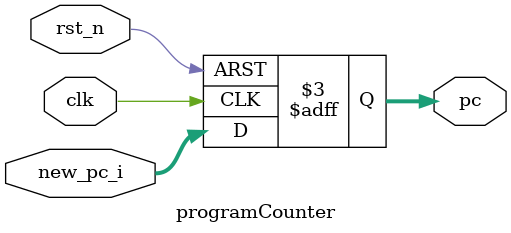
<source format=v>
`timescale 1ns/1ps
`default_nettype none

`ifdef CUSTOM_DEFINE
    `include "../defines.vh"
`endif

module programCounter 
    `ifdef CUSTOM_DEFINE
		#(parameter REG_DATA_WIDTH = `REG_DATA_WIDTH) 
	`else
		#(parameter REG_DATA_WIDTH = 32) 
	`endif
    (
    rst_n,
    clk,
    new_pc_i,  // New PC
    pc // PC
    //reg_pc_o
    );

    input rst_n, clk;
    input [REG_DATA_WIDTH-1:0] new_pc_i;
    output [REG_DATA_WIDTH-1:0] pc;
    //output [REG_DATA_WIDTH-1:0] reg_pc_o;

    wire [REG_DATA_WIDTH-1:0] new_pc;
    reg [REG_DATA_WIDTH-1:0] pc;
    //reg [REG_DATA_WIDTH-1:0] reg_pc_o;

    

    //assign new_pc = (is_branch_i === 1'b1)? new_pc_i : {{REG_DATA_WIDTH-3{1'b0}},3'd4};  // decide to add 4 or new_pc if is branch
    //assign new_pc = new_pc_i; 
    always@(posedge clk or negedge rst_n)
    begin
        if (!rst_n) begin 
				pc <= 32'hcc;
            //pc <= {REG_DATA_WIDTH{1'b0}};  //{{REG_DATA_WIDTH-2{1'b1}}, 2'b00};
            //reg_pc_o <= {REG_DATA_WIDTH{1'b0}};
        end 
        else begin
            pc <= new_pc_i;
            //reg_pc_o <= pc;
        end
    end
endmodule
`default_nettype wire
</source>
